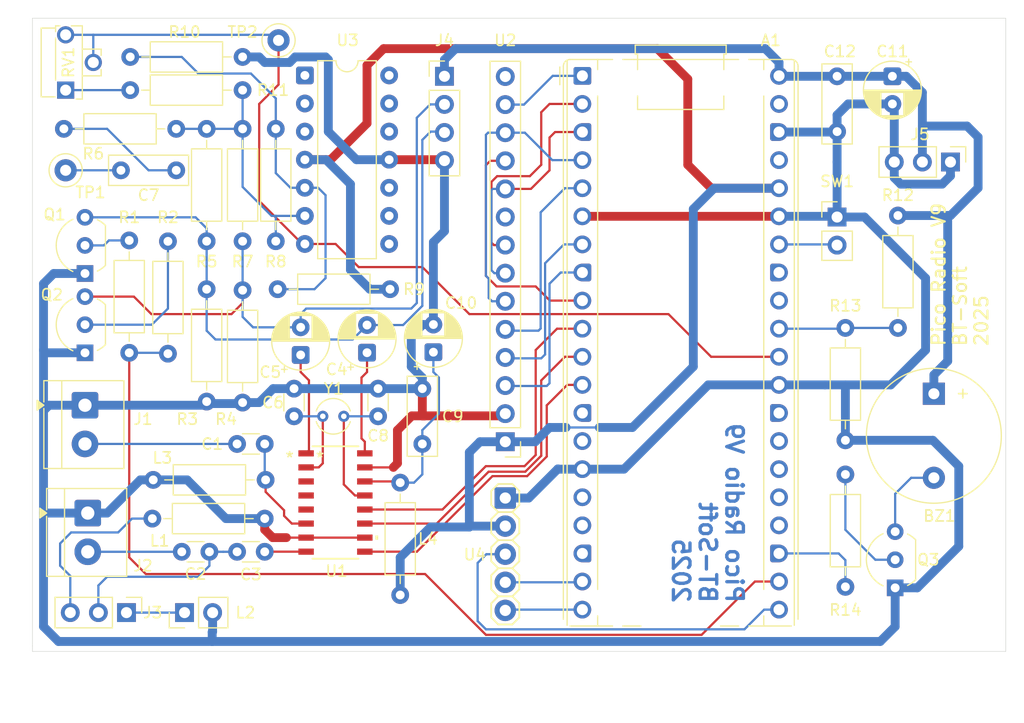
<source format=kicad_pcb>
(kicad_pcb (version 20241229) (generator "pcbnew") (generator_version "9.0")
  (title_block (title "Pico Radio 9") (date "2025-12-24"))
  (layers (0 "F.Cu" signal) (2 "B.Cu" signal) (13 "F.Paste" user) (15 "B.Paste" user) (5 "F.SilkS" user "F.Silkscreen") (7 "B.SilkS" user "B.Silkscreen") (1 "F.Mask" user) (3 "B.Mask" user) (25 "Edge.Cuts" user))
  (net 0 "")
  (net 1 "+3.3V")
  (net 2 "/DC")
  (net 3 "GND")
  (net 4 "+Vsys")
  (net 8 "/CS")
  (net 11 "/T_CS")
  (net 12 "ROT_SW")
  (net 14 "AD_FFT_AUDIO")
  (net 15 "Net-(A1-GPIO27_ADC1)")
  (net 16 "BUZZER")
  (net 17 "/RST")
  (net 18 "+Vbus")
  (net 19 "/SDI")
  (net 21 "/SCK")
  (net 22 "AUDIO_MUTE")
  (net 23 "Net-(A1-RUN)")
  (net 27 "ROT_DT")
  (net 28 "ROT_CLK")
  (net 29 "Net-(U1-GPO3{slash}DCLK)")
  (net 30 "Net-(U1-RCLK)")
  (net 31 "Net-(U3B--)")
  (net 32 "Net-(U1-ROUT{slash}DOUT)")
  (net 33 "AUDIO_R")
  (net 34 "Net-(U1-LOUT{slash}DFS)")
  (net 35 "AUDIO_L")
  (net 36 "Net-(Q1-B)")
  (net 37 "Net-(Q2-B)")
  (net 39 "Net-(J3-Pin_2)")
  (net 43 "/SDO")
  (net 44 "Net-(U1-FMI)")
  (net 45 "Net-(J2-Pin_2)")
  (net 46 "Net-(U1-AMI)")
  (net 47 "Net-(U3B-+)")
  (net 49 "/Si_RST")
  (net 50 "/Si_SDA")
  (net 51 "/Si_SCL")
  (net 52 "/LED")
  (net 55 "Net-(BZ1--)")
  (net 56 "Net-(Q3-B)")
  (net 58 "Net-(J1-Pin_2)")
  (net 59 "Net-(C7-Pad1)")
  (net 60 "Net-(C7-Pad2)")
  (net 61 "Net-(U1-VDD)")
  (net 62 "Net-(J3-Pin_1)")
  (net 63 "Net-(J3-Pin_3)")
  (net 64 "Net-(R11-Pad1)")
  (footprint "MountingHole:MountingHole_3.2mm_M3" (layer "F.Cu") (at 136.75 33.5)
    (property "Reference" "H2" (hide yes))
    (property "Value" "MountingHole" (hide yes))
  )
  (footprint "Module:RaspberryPi_Pico_Common_THT-simple" (layer "F.Cu") (at 101.97 35.21)
    (property "Reference" "A1")
    (property "Value" "RaspberryPi_Pico - purple")
  )
  (footprint "Capacitor_THT:C_Disc_D7.0mm_W2.5mm_P5.00mm" (layer "F.Cu") (at 125 35.25 -90)
    (property "Reference" "C12")
    (property "Value" "100nF")
  )
  (footprint "Resistor_THT:R_Axial_DIN0207_L6.3mm_D2.5mm_P10.16mm_Horizontal" (layer "F.Cu") (at 65.25 40 180)
    (property "Reference" "R6")
    (property "Value" "10k")
  )
  (footprint "Capacitor_THT:C_Disc_D3.0mm_W1.6mm_P2.50mm" (layer "F.Cu") (at 73.25 68.49 180)
    (property "Reference" "C1")
    (property "Value" "33pF")
  )
  (footprint "Connector_PinHeader_2.54mm:PinHeader_1x14_P2.54mm_Vertical" (layer "F.Cu") (at 95 68.29 180)
    (property "Reference" "U2")
    (property "Value" "TFT_320x240")
  )
  (footprint "Capacitor_THT:CP_Radial_D5.0mm_P2.50mm" (layer "F.Cu") (at 76.5 60.445113 90)
    (property "Reference" "C5")
    (property "Value" "4.7uF")
  )
  (footprint "Resistor_THT:R_Axial_DIN0207_L6.3mm_D2.5mm_P10.16mm_Horizontal" (layer "F.Cu") (at 71.25 33.5 180)
    (property "Reference" "R10")
    (property "Value" "47k")
  )
  (footprint "Capacitor_THT:C_Disc_D3.0mm_W1.6mm_P2.50mm" (layer "F.Cu") (at 73.25 78.24 180)
    (property "Reference" "C3")
    (property "Value" "1nF")
  )
  (footprint "Resistor_THT:R_Axial_DIN0207_L6.3mm_D2.5mm_P10.16mm_Horizontal" (layer "F.Cu") (at 71.25 64.75 90)
    (property "Reference" "R4")
    (property "Value" "4.7k")
  )
  (footprint "Resistor_THT:R_Axial_DIN0207_L6.3mm_D2.5mm_P10.16mm_Horizontal" (layer "F.Cu") (at 64.5 60.33 90)
    (property "Reference" "R2")
    (property "Value" "4.7k")
  )
  (footprint "Package_TO_SOT_THT:TO-92_Inline_Wide" (layer "F.Cu") (at 57 60.25 90)
    (property "Reference" "Q2")
    (property "Value" "PN2222A")
  )
  (footprint "Buzzer_Beeper:Buzzer_12x9.5RM7.6" (layer "F.Cu") (at 133.75 63.95 -90)
    (property "Reference" "BZ1")
    (property "Value" "Buzzer")
  )
  (footprint "Resistor_THT:R_Axial_DIN0207_L6.3mm_D2.5mm_P10.16mm_Horizontal" (layer "F.Cu") (at 125.75 58 -90)
    (property "Reference" "R13")
    (property "Value" "15k")
  )
  (footprint "Resistor_THT:R_Axial_DIN0207_L6.3mm_D2.5mm_P10.16mm_Horizontal" (layer "F.Cu") (at 130.5 47.84 -90)
    (property "Reference" "R12")
    (property "Value" "10k")
  )
  (footprint "Connector_PinHeader_2.54mm:PinHeader_1x03_P2.54mm_Vertical" (layer "F.Cu") (at 135.25 43 -90)
    (property "Reference" "J5")
    (property "Value" "Batterry")
  )
  (footprint "Package_TO_SOT_THT:TO-92_Inline_Wide" (layer "F.Cu") (at 57 53.08 90)
    (property "Reference" "Q1")
    (property "Value" "PN2222A")
  )
  (footprint "Rotary_Encoder:KY-040-PORT" (layer "F.Cu") (at 95 77.19 90)
    (property "Reference" "U4")
    (property "Value" "KY-040")
  )
  (footprint "Potentiometer_THT:Potentiometer_Runtron_RM-063_Horizontal" (layer "F.Cu") (at 55.25 36.5 90)
    (property "Reference" "RV1")
    (property "Value" "47k")
  )
  (footprint "Resistor_THT:R_Axial_DIN0207_L6.3mm_D2.5mm_P10.16mm_Horizontal" (layer "F.Cu") (at 68 64.66 90)
    (property "Reference" "R3")
    (property "Value" "4.7k")
  )
  (footprint "Connector_PinHeader_2.54mm:PinHeader_1x03_P2.54mm_Vertical" (layer "F.Cu") (at 60.75 83.74 -90)
    (property "Reference" "J3")
    (property "Value" "MW/SW antenna kapcsoló")
  )
  (footprint "Connector_PinHeader_2.54mm:PinHeader_1x04_P2.54mm_Vertical" (layer "F.Cu") (at 89.5 35.25)
    (property "Reference" "J4")
    (property "Value" "HF Amplifier")
  )
  (footprint "Connector_PinHeader_2.54mm:PinHeader_1x02_P2.54mm_Vertical" (layer "F.Cu") (at 66 83.74 90)
    (property "Reference" "L2")
    (property "Value" "30uH (MW Ferrit antenna)")
  )
  (footprint "Capacitor_THT:CP_Radial_D5.0mm_P2.50mm" (layer "F.Cu") (at 88.5 60.195113 90)
    (property "Reference" "C10")
    (property "Value" "4.7uF")
  )
  (footprint "MountingHole:MountingHole_3.2mm_M3" (layer "F.Cu") (at 136.75 83.75)
    (property "Reference" "H1" (hide yes))
    (property "Value" "MountingHole")
  )
  (footprint "Capacitor_THT:C_Disc_D7.0mm_W2.5mm_P5.00mm" (layer "F.Cu") (at 87.5 63.49 -90)
    (property "Reference" "C9")
    (property "Value" "100nF")
  )
  (footprint "Resistor_THT:R_Axial_DIN0207_L6.3mm_D2.5mm_P10.16mm_Horizontal" (layer "F.Cu") (at 71.25 40 -90)
    (property "Reference" "R7")
    (property "Value" "10k")
  )
  (footprint "Resistor_THT:R_Axial_DIN0207_L6.3mm_D2.5mm_P10.16mm_Horizontal" (layer "F.Cu") (at 125.75 81.41 90)
    (property "Reference" "R14")
    (property "Value" "4.7k")
  )
  (footprint "Resistor_THT:R_Axial_DIN0207_L6.3mm_D2.5mm_P10.16mm_Horizontal" (layer "F.Cu") (at 63.17 71.74)
    (property "Reference" "L3")
    (property "Value" "220uH")
  )
  (footprint "Resistor_THT:R_Axial_DIN0207_L6.3mm_D2.5mm_P10.16mm_Horizontal" (layer "F.Cu") (at 63.09 75.24)
    (property "Reference" "L1")
    (property "Value" "47uH")
  )
  (footprint "MountingHole:MountingHole_3.2mm_M3" (layer "F.Cu") (at 77 83.75)
    (property "Reference" "H3" (hide yes))
    (property "Value" "MountingHole")
  )
  (footprint "Resistor_THT:R_Axial_DIN0207_L6.3mm_D2.5mm_P10.16mm_Horizontal" (layer "F.Cu") (at 85.5 71.99 -90)
    (property "Reference" "L4")
    (property "Value" "220uH")
  )
  (footprint "Package_SO:SOIC_A10-GS_SIL" (layer "F.Cu") (at 79.6457 73.785)
    (property "Reference" "U1")
    (property "Value" "SI4732-A10-GS")
  )
  (footprint "Package_DIP:DIP-14_W7.62mm" (layer "F.Cu") (at 76.88 35.17)
    (property "Reference" "U3")
    (property "Value" "MCP6004")
  )
  (footprint "TestPoint:TestPoint_Loop_D2.50mm_Drill1.0mm" (layer "F.Cu") (at 74.5 32)
    (property "Reference" "TP2")
    (property "Value" "Oszcilloszkópra")
  )
  (footprint "Capacitor_THT:C_Disc_D3.0mm_W1.6mm_P2.50mm" (layer "F.Cu") (at 75.9 65.99 90)
    (property "Reference" "C6")
    (property "Value" "22pF")
  )
  (footprint "Resistor_THT:R_Axial_DIN0207_L6.3mm_D2.5mm_P10.16mm_Horizontal" (layer "F.Cu") (at 74.42 54.5)
    (property "Reference" "R9")
    (property "Value" "47k")
  )
  (footprint "Resistor_THT:R_Axial_DIN0207_L6.3mm_D2.5mm_P10.16mm_Horizontal" (layer "F.Cu") (at 74.25 40 -90)
    (property "Reference" "R8")
    (property "Value" "100k")
  )
  (footprint "TerminalBlock_4Ucon:TerminalBlock_4Ucon_1x02_P3.50mm_Horizontal" (layer "F.Cu") (at 57 64.99 -90)
    (property "Reference" "J1")
    (property "Value" "FM antenna")
  )
  (footprint "Connector_PinHeader_2.54mm:PinHeader_1x02_P2.54mm_Vertical" (layer "F.Cu") (at 125 47.975)
    (property "Reference" "SW1")
    (property "Value" "Reset")
  )
  (footprint "Resistor_THT:R_Axial_DIN0207_L6.3mm_D2.5mm_P10.16mm_Horizontal" (layer "F.Cu") (at 61 60.25 90)
    (property "Reference" "R1")
    (property "Value" "4.7k")
  )
  (footprint "Capacitor_THT:CP_Radial_D5.0mm_P2.50mm" (layer "F.Cu") (at 130 35.25 -90)
    (property "Reference" "C11")
    (property "Value" "4.7uF")
  )
  (footprint "TestPoint:TestPoint_Loop_D2.50mm_Drill1.0mm" (layer "F.Cu") (at 55.25 43.75)
    (property "Reference" "TP1")
    (property "Value" "Jelgenerátorból")
  )
  (footprint "Resistor_THT:R_Axial_DIN0207_L6.3mm_D2.5mm_P10.16mm_Horizontal" (layer "F.Cu") (at 61.09 36.5)
    (property "Reference" "R11")
    (property "Value" "100k")
  )
  (footprint "Capacitor_THT:C_Disc_D7.0mm_W2.5mm_P5.00mm" (layer "F.Cu") (at 65.25 43.75 180)
    (property "Reference" "C7")
    (property "Value" "100nF")
  )
  (footprint "Resistor_THT:R_Axial_DIN0207_L6.3mm_D2.5mm_P10.16mm_Horizontal" (layer "F.Cu") (at 68 40 -90)
    (property "Reference" "R5")
    (property "Value" "10k")
  )
  (footprint "Package_TO_SOT_THT:TO-92_Inline_Wide" (layer "F.Cu") (at 130.25 81.5 90)
    (property "Reference" "Q3")
    (property "Value" "PN2222A")
  )
  (footprint "Crystal:Crystal_C38-LF_D3.0mm_L8.0mm_Vertical" (layer "F.Cu") (at 80.4 65.99 180)
    (property "Reference" "Y1")
    (property "Value" "32.762kHz")
  )
  (footprint "Capacitor_THT:C_Disc_D3.0mm_W1.6mm_P2.50mm" (layer "F.Cu") (at 83.5 63.49 -90)
    (property "Reference" "C8")
    (property "Value" "22pF")
  )
  (footprint "Capacitor_THT:C_Disc_D3.0mm_W1.6mm_P2.50mm" (layer "F.Cu") (at 65.75 78.24)
    (property "Reference" "C2")
    (property "Value" "1nF")
  )
  (footprint "TerminalBlock_4Ucon:TerminalBlock_4Ucon_1x02_P3.50mm_Horizontal" (layer "F.Cu") (at 57.25 74.74 -90)
    (property "Reference" "J2")
    (property "Value" "SW antenna")
  )
  (footprint "Capacitor_THT:CP_Radial_D5.0mm_P2.50mm" (layer "F.Cu") (at 82.5 60.24 90)
    (property "Reference" "C4")
    (property "Value" "4.7uF")
  )
  (gr_line (start 140.25 30) (end 52.25 30) (stroke (width 0.05)) (layer "Edge.Cuts"))
  (gr_line (start 140.25 31.5) (end 140.25 30) (stroke (width 0.05)) (layer "Edge.Cuts"))
  (gr_line (start 52.25 30) (end 52.25 86.75) (stroke (width 0.05)) (layer "Edge.Cuts"))
  (gr_line (start 52.25 87.25) (end 140.25 87.25) (stroke (width 0.05)) (layer "Edge.Cuts"))
  (gr_line (start 52.25 86.75) (end 52.25 87.25) (stroke (width 0.05)) (layer "Edge.Cuts"))
  (gr_line (start 140.25 86.75) (end 140.25 87.25) (stroke (width 0.05)) (layer "Edge.Cuts"))
  (gr_line (start 140.25 86.75) (end 140.25 31.5) (stroke (width 0.05)) (layer "Edge.Cuts"))
  (gr_text "Pico Radio V9\nBT-Soft\n2025" (at 110 83 270) (layer "B.Cu") (effects (font (size 1.5 1.5) (thickness 0.3) (bold yes)) (justify left bottom mirror)))
  (gr_text "Pico Radio V9\nBT-Soft\n2025" (at 138.75 59.75 90) (layer "F.SilkS") (effects (font (size 1.2 1.2) (thickness 0.1875)) (justify left bottom)))
  (segment (start 84 32.75) (end 108.75 32.75) (width 0.8) (layer "F.Cu") (net 1))
  (segment (start 76.88 42.79) (end 79.21 42.79) (width 0.8) (layer "F.Cu") (net 1))
  (segment (start 108.75 32.75) (end 111.5 35.5) (width 0.8) (layer "F.Cu") (net 1))
  (segment (start 82.5 39.5) (end 82.5 34.25) (width 0.8) (layer "F.Cu") (net 1))
  (segment (start 113.62 45.37) (end 119.75 45.37) (width 0.8) (layer "F.Cu") (net 1))
  (segment (start 111.5 35.5) (end 111.5 43.25) (width 0.8) (layer "F.Cu") (net 1))
  (segment (start 79.21 42.79) (end 82.5 39.5) (width 0.8) (layer "F.Cu") (net 1))
  (segment (start 82.5 34.25) (end 84 32.75) (width 0.8) (layer "F.Cu") (net 1))
  (segment (start 111.5 43.25) (end 113.62 45.37) (width 0.8) (layer "F.Cu") (net 1))
  (segment (start 99 67) (end 100.5 67) (width 0.8) (layer "B.Cu") (net 1))
  (segment (start 95 68.29) (end 97.71 68.29) (width 0.8) (layer "B.Cu") (net 1))
  (segment (start 100.5 67) (end 103.5 67) (width 0.2) (layer "B.Cu") (net 1))
  (segment (start 81 45) (end 81 52.75) (width 0.8) (layer "B.Cu") (net 1))
  (segment (start 112 47.25) (end 113.88 45.37) (width 0.8) (layer "B.Cu") (net 1))
  (segment (start 78.79 42.79) (end 81 45) (width 0.8) (layer "B.Cu") (net 1))
  (segment (start 92.71 68.29) (end 95 68.29) (width 0.8) (layer "B.Cu") (net 1))
  (segment (start 85.5 82.15) (end 85.5 78.75) (width 0.8) (layer "B.Cu") (net 1))
  (segment (start 112 61.5) (end 112 47.25) (width 0.8) (layer "B.Cu") (net 1))
  (segment (start 106.5 67) (end 103.5 67) (width 0.8) (layer "B.Cu") (net 1))
  (segment (start 97.71 68.29) (end 99 67) (width 0.8) (layer "B.Cu") (net 1))
  (segment (start 106.5 67) (end 112 61.5) (width 0.8) (layer "B.Cu") (net 1))
  (segment (start 91.75 69.25) (end 92.71 68.29) (width 0.8) (layer "B.Cu") (net 1))
  (segment (start 113.88 45.37) (end 119.75 45.37) (width 0.8) (layer "B.Cu") (net 1))
  (segment (start 88.25 76) (end 91.75 76) (width 0.8) (layer "B.Cu") (net 1))
  (segment (start 82.75 54.5) (end 84.58 54.5) (width 0.8) (layer "B.Cu") (net 1))
  (segment (start 76.88 42.79) (end 78.79 42.79) (width 0.8) (layer "B.Cu") (net 1))
  (segment (start 91.75 76) (end 91.75 69.25) (width 0.8) (layer "B.Cu") (net 1))
  (segment (start 81 52.75) (end 82.75 54.5) (width 0.8) (layer "B.Cu") (net 1))
  (segment (start 85.5 78.75) (end 88.25 76) (width 0.8) (layer "B.Cu") (net 1))
  (segment (start 95 75.92) (end 91.83 75.92) (width 0.8) (layer "B.Cu") (net 1))
  (segment (start 91.83 75.92) (end 91.75 76) (width 0.8) (layer "B.Cu") (net 1))
  (segment (start 98.198 58.052) (end 98.198 47.552) (width 0.2) (layer "B.Cu") (net 2))
  (segment (start 98 58.25) (end 98.198 58.052) (width 0.2) (layer "B.Cu") (net 2))
  (segment (start 95.08 58.25) (end 98 58.25) (width 0.2) (layer "B.Cu") (net 2))
  (segment (start 95 58.33) (end 95.08 58.25) (width 0.2) (layer "B.Cu") (net 2))
  (segment (start 100.38 45.37) (end 101.97 45.37) (width 0.2) (layer "B.Cu") (net 2))
  (segment (start 98.198 47.552) (end 100.38 45.37) (width 0.2) (layer "B.Cu") (net 2))
  (segment (start 76.9914 76.96) (end 75.21 76.96) (width 0.2) (layer "F.Cu") (net 3))
  (segment (start 73.25 76.24) (end 73.25 75.24) (width 0.8) (layer "F.Cu") (net 3))
  (segment (start 73.97 76.96) (end 73.25 76.24) (width 0.8) (layer "F.Cu") (net 3))
  (segment (start 82.3 70.61) (end 84.88 70.61) (width 0.2) (layer "F.Cu") (net 3))
  (segment (start 119.75 47.91) (end 101.97 47.91) (width 0.8) (layer "F.Cu") (net 3))
  (segment (start 89.42 42.79) (end 89.5 42.87) (width 0.8) (layer "F.Cu") (net 3))
  (segment (start 85.25 70.24) (end 85.25 67.25) (width 0.8) (layer "F.Cu") (net 3))
  (segment (start 73.97 76.96) (end 75.21 76.96) (width 0.8) (layer "F.Cu") (net 3))
  (segment (start 85.25 67.25) (end 86.55 65.95) (width 0.8) (layer "F.Cu") (net 3))
  (segment (start 95 65.95) (end 87.7 65.95) (width 0.8) (layer "F.Cu") (net 3))
  (segment (start 73.28 75.21) (end 73.25 75.24) (width 0.8) (layer "F.Cu") (net 3))
  (segment (start 84.5 42.79) (end 89.42 42.79) (width 0.8) (layer "F.Cu") (net 3))
  (segment (start 87.5 65.95) (end 87.5 63.49) (width 0.8) (layer "F.Cu") (net 3))
  (segment (start 87.7 65.95) (end 87.5 65.95) (width 0.8) (layer "F.Cu") (net 3))
  (segment (start 86.55 65.95) (end 87.7 65.95) (width 0.8) (layer "F.Cu") (net 3))
  (segment (start 84.88 70.61) (end 85.25 70.24) (width 0.8) (layer "F.Cu") (net 3))
  (segment (start 76.9914 76.96) (end 82.3 76.96) (width 0.2) (layer "F.Cu") (net 3))
  (segment (start 67.85 64.99) (end 68 64.84) (width 0.8) (layer "B.Cu") (net 3))
  (segment (start 134.5 45) (end 130.75 45) (width 0.8) (layer "B.Cu") (net 3))
  (segment (start 53.25 54) (end 54.17 53.08) (width 0.8) (layer "B.Cu") (net 3))
  (segment (start 53.5 60.25) (end 57 60.25) (width 0.8) (layer "B.Cu") (net 3))
  (segment (start 83.5 63.49) (end 75.9 63.49) (width 0.8) (layer "B.Cu") (net 3))
  (segment (start 79 33.75) (end 78.75 33.5) (width 0.8) (layer "B.Cu") (net 3))
  (segment (start 53.75 64.99) (end 57 64.99) (width 0.8) (layer "B.Cu") (net 3))
  (segment (start 97.12 73.38) (end 99.75 70.75) (width 0.8) (layer "B.Cu") (net 3))
  (segment (start 89.5 42.87) (end 89.5 49.25) (width 0.8) (layer "B.Cu") (net 3))
  (segment (start 130.17 44.42) (end 130.17 43) (width 0.8) (layer "B.Cu") (net 3))
  (segment (start 76 33.5) (end 75.5 34) (width 0.8) (layer "B.Cu") (net 3))
  (segment (start 73.25 34) (end 72.75 33.5) (width 0.8) (layer "B.Cu") (net 3))
  (segment (start 53.25 85) (end 53.25 74.74) (width 0.8) (layer "B.Cu") (net 3))
  (segment (start 83.5 63.49) (end 87.5 63.49) (width 0.8) (layer "B.Cu") (net 3))
  (segment (start 130.25 85) (end 128.901 86.349) (width 0.8) (layer "B.Cu") (net 3))
  (segment (start 53.25 65.49) (end 53.25 60) (width 0.8) (layer "B.Cu") (net 3))
  (segment (start 68.54 85.46) (end 68.54 83.74) (width 0.8) (layer "B.Cu") (net 3))
  (segment (start 75.5 34) (end 73.25 34) (width 0.8) (layer "B.Cu") (net 3))
  (segment (start 127.475 47.975) (end 133 53.5) (width 0.8) (layer "B.Cu") (net 3))
  (segment (start 63.17 71.74) (end 66.24 71.74) (width 0.8) (layer "B.Cu") (net 3))
  (segment (start 72.75 33.5) (end 71.25 33.5) (width 0.8) (layer "B.Cu") (net 3))
  (segment (start 125 40.25) (end 125 38.75) (width 0.8) (layer "B.Cu") (net 3))
  (segment (start 130.17 43) (end 130.17 37.92) (width 0.8) (layer "B.Cu") (net 3))
  (segment (start 71.25 64.75) (end 72.75 64.75) (width 0.8) (layer "B.Cu") (net 3))
  (segment (start 130.17 37.92) (end 130 37.75) (width 0.8) (layer "B.Cu") (net 3))
  (segment (start 125.75 63.15) (end 123.9 63.15) (width 0.8) (layer "B.Cu") (net 3))
  (segment (start 125 47.975) (end 127.475 47.975) (width 0.8) (layer "B.Cu") (net 3))
  (segment (start 68.25 64.93) (end 68.34 64.84) (width 0.2) (layer "B.Cu") (net 3))
  (segment (start 88.5 50.25) (end 88.5 57.695113) (width 0.8) (layer "B.Cu") (net 3))
  (segment (start 126 37.75) (end 130 37.75) (width 0.8) (layer "B.Cu") (net 3))
  (segment (start 86.5 61.5) (end 86.5 58.74) (width 0.8) (layer "B.Cu") (net 3))
  (segment (start 71.16 64.84) (end 71.25 64.75) (width 0.8) (layer "B.Cu") (net 3))
  (segment (start 53.25 60) (end 53.25 54) (width 0.8) (layer "B.Cu") (net 3))
  (segment (start 72.75 64.75) (end 74.01 63.49) (width 0.8) (layer "B.Cu") (net 3))
  (segment (start 119.79 63.11) (end 119.75 63.15) (width 0.8) (layer "B.Cu") (net 3))
  (segment (start 89.5 49.25) (end 88.5 50.25) (width 0.8) (layer "B.Cu") (net 3))
  (segment (start 54.599 86.349) (end 53.25 85) (width 0.8) (layer "B.Cu") (net 3))
  (segment (start 68 64.93) (end 68.25 64.93) (width 0.2) (layer "B.Cu") (net 3))
  (segment (start 53.25 60) (end 53.5 60.25) (width 0.8) (layer "B.Cu") (net 3))
  (segment (start 125.75 68.16) (end 125.75 63.15) (width 0.8) (layer "B.Cu") (net 3))
  (segment (start 57 64.99) (end 67.85 64.99) (width 0.8) (layer "B.Cu") (net 3))
  (segment (start 81.54 42.79) (end 79 40.25) (width 0.8) (layer "B.Cu") (net 3))
  (segment (start 68.5 85.5) (end 68.54 85.46) (width 0.8) (layer "B.Cu") (net 3))
  (segment (start 124.96 40.29) (end 125 40.25) (width 0.8) (layer "B.Cu") (net 3))
  (segment (start 78.75 33.5) (end 76 33.5) (width 0.8) (layer "B.Cu") (net 3))
  (segment (start 113.35 63.15) (end 119.75 63.15) (width 0.8) (layer "B.Cu") (net 3))
  (segment (start 66.24 71.74) (end 69.74 75.24) (width 0.8) (layer "B.Cu") (net 3))
  (segment (start 125 47.975) (end 124.935 47.91) (width 0.8) (layer "B.Cu") (net 3))
  (segment (start 125 38.75) (end 126 37.75) (width 0.8) (layer "B.Cu") (net 3))
  (segment (start 119.75 40.29) (end 124.96 40.29) (width 0.8) (layer "B.Cu") (net 3))
  (segment (start 53.25 74.74) (end 53.25 65.49) (width 0.8) (layer "B.Cu") (net 3))
  (segment (start 133 60) (end 129.85 63.15) (width 0.8) (layer "B.Cu") (net 3))
  (segment (start 53.25 74.74) (end 57.25 74.74) (width 0.8) (layer "B.Cu") (net 3))
  (segment (start 133.66 68.16) (end 136 70.5) (width 0.8) (layer "B.Cu") (net 3))
  (segment (start 132.25 81.5) (end 130.25 81.5) (width 0.8) (layer "B.Cu") (net 3))
  (segment (start 79 40.25) (end 79 33.75) (width 0.8) (layer "B.Cu") (net 3))
  (segment (start 86.5 58.74) (end 87.544887 57.695113) (width 0.8) (layer "B.Cu") (net 3))
  (segment (start 63.17 71.74) (end 62 71.74) (width 0.8) (layer "B.Cu") (net 3))
  (segment (start 99.77 70.77) (end 101.97 70.77) (width 0.8) (layer "B.Cu") (net 3))
  (segment (start 87.5 63.49) (end 87.5 62.5) (width 0.8) (layer "B.Cu") (net 3))
  (segment (start 135.25 44.25) (end 134.5 45) (width 0.8) (layer "B.Cu") (net 3))
  (segment (start 125 43) (end 125 47.975) (width 0.8) (layer "B.Cu") (net 3))
  (segment (start 54.17 53.08) (end 57 53.08) (width 0.8) (layer "B.Cu") (net 3))
  (segment (start 125 40.25) (end 125 43) (width 0.8) (layer "B.Cu") (net 3))
  (segment (start 133 53.5) (end 133 60) (width 0.8) (layer "B.Cu") (net 3))
  (segment (start 133.66 68.16) (end 125.75 68.16) (width 0.8) (layer "B.Cu") (net 3))
  (segment (start 130.75 45) (end 130.17 44.42) (width 0.8) (layer "B.Cu") (net 3))
  (segment (start 68 64.84) (end 71.16 64.84) (width 0.8) (layer "B.Cu") (net 3))
  (segment (start 99.75 70.75) (end 99.77 70.77) (width 0.8) (layer "B.Cu") (net 3))
  (segment (start 68.5 86.349) (end 68.5 85.5) (width 0.8) (layer "B.Cu") (net 3))
  (segment (start 101.97 70.77) (end 105.73 70.77) (width 0.8) (layer "B.Cu") (net 3))
  (segment (start 68.5 86.349) (end 54.599 86.349) (width 0.8) (layer "B.Cu") (net 3))
  (segment (start 135.25 43) (end 135.25 44.25) (width 0.8) (layer "B.Cu") (net 3))
  (segment (start 53.25 65.49) (end 53.75 64.99) (width 0.8) (layer "B.Cu") (net 3))
  (segment (start 59 74.74) (end 57.25 74.74) (width 0.8) (layer "B.Cu") (net 3))
  (segment (start 124.935 47.91) (end 119.75 47.91) (width 0.8) (layer "B.Cu") (net 3))
  (segment (start 129.85 63.15) (end 125.75 63.15) (width 0.8) (layer "B.Cu") (net 3))
  (segment (start 87.544887 57.695113) (end 88.5 57.695113) (width 0.8) (layer "B.Cu") (net 3))
  (segment (start 128.901 86.349) (end 68.5 86.349) (width 0.8) (layer "B.Cu") (net 3))
  (segment (start 74.01 63.49) (end 75.9 63.49) (width 0.8) (layer "B.Cu") (net 3))
  (segment (start 105.73 70.77) (end 113.35 63.15) (width 0.8) (layer "B.Cu") (net 3))
  (segment (start 95 73.38) (end 97.12 73.38) (width 0.8) (layer "B.Cu") (net 3))
  (segment (start 69.74 75.24) (end 73.25 75.24) (width 0.8) (layer "B.Cu") (net 3))
  (segment (start 130.25 81.5) (end 130.25 85) (width 0.8) (layer "B.Cu") (net 3))
  (segment (start 84.5 42.79) (end 81.54 42.79) (width 0.8) (layer "B.Cu") (net 3))
  (segment (start 123.9 63.15) (end 119.75 63.15) (width 0.8) (layer "B.Cu") (net 3))
  (segment (start 136 77.75) (end 132.25 81.5) (width 0.8) (layer "B.Cu") (net 3))
  (segment (start 87.5 62.5) (end 86.5 61.5) (width 0.8) (layer "B.Cu") (net 3))
  (segment (start 62 71.74) (end 59 74.74) (width 0.8) (layer "B.Cu") (net 3))
  (segment (start 136 70.5) (end 136 77.75) (width 0.8) (layer "B.Cu") (net 3))
  (segment (start 95 63.41) (end 95.16 63.25) (width 0.2) (layer "B.Cu") (net 8))
  (segment (start 100.01 52.99) (end 101.97 52.99) (width 0.2) (layer "B.Cu") (net 8))
  (segment (start 99 54) (end 100.01 52.99) (width 0.2) (layer "B.Cu") (net 8))
  (segment (start 98.75 63.25) (end 99 63) (width 0.2) (layer "B.Cu") (net 8))
  (segment (start 99 63) (end 99 54) (width 0.2) (layer "B.Cu") (net 8))
  (segment (start 95.16 63.25) (end 98.75 63.25) (width 0.2) (layer "B.Cu") (net 8))
  (segment (start 97.75 54.25) (end 99.03 55.53) (width 0.2) (layer "F.Cu") (net 11))
  (segment (start 94.21 54.25) (end 97.75 54.25) (width 0.2) (layer "F.Cu") (net 11))
  (segment (start 99.03 55.53) (end 101.97 55.53) (width 0.2) (layer "F.Cu") (net 11))
  (segment (start 95 42.89) (end 93.65 42.89) (width 0.2) (layer "F.Cu") (net 11))
  (segment (start 93.25 53.29) (end 94.21 54.25) (width 0.2) (layer "F.Cu") (net 11))
  (segment (start 93.25 43.29) (end 93.25 53.29) (width 0.2) (layer "F.Cu") (net 11))
  (segment (start 93.65 42.89) (end 93.25 43.29) (width 0.2) (layer "F.Cu") (net 11))
  (segment (start 92.5 84.5) (end 92.5 79.25) (width 0.2) (layer "B.Cu") (net 12))
  (segment (start 93.29 78.46) (end 95 78.46) (width 0.2) (layer "B.Cu") (net 12))
  (segment (start 118.405 83.47) (end 116.625 85.25) (width 0.2) (layer "B.Cu") (net 12))
  (segment (start 93.25 85.25) (end 92.5 84.5) (width 0.2) (layer "B.Cu") (net 12))
  (segment (start 92.5 79.25) (end 93.29 78.46) (width 0.2) (layer "B.Cu") (net 12))
  (segment (start 116.625 85.25) (end 93.25 85.25) (width 0.2) (layer "B.Cu") (net 12))
  (segment (start 119.75 83.47) (end 118.405 83.47) (width 0.2) (layer "B.Cu") (net 12))
  (segment (start 79.66 50.41) (end 76.88 50.41) (width 0.2) (layer "F.Cu") (net 14))
  (segment (start 87.5 52.5) (end 81.75 52.5) (width 0.2) (layer "F.Cu") (net 14))
  (segment (start 119.75 60.61) (end 113.61 60.61) (width 0.2) (layer "F.Cu") (net 14))
  (segment (start 109.75 56.75) (end 91.75 56.75) (width 0.2) (layer "F.Cu") (net 14))
  (segment (start 74.5 36) (end 74.5 32) (width 0.2) (layer "F.Cu") (net 14))
  (segment (start 81.75 52.5) (end 79.66 50.41) (width 0.2) (layer "F.Cu") (net 14))
  (segment (start 91.75 56.75) (end 87.5 52.5) (width 0.2) (layer "F.Cu") (net 14))
  (segment (start 76.88 50.41) (end 76.645 50.41) (width 0.2) (layer "F.Cu") (net 14))
  (segment (start 72.75 46.515) (end 72.75 37.75) (width 0.2) (layer "F.Cu") (net 14))
  (segment (start 113.61 60.61) (end 109.75 56.75) (width 0.2) (layer "F.Cu") (net 14))
  (segment (start 72.75 37.75) (end 74.5 36) (width 0.2) (layer "F.Cu") (net 14))
  (segment (start 76.645 50.41) (end 72.75 46.515) (width 0.2) (layer "F.Cu") (net 14))
  (segment (start 57.75 34) (end 57.75 31.5) (width 0.2) (layer "B.Cu") (net 14))
  (segment (start 74 31.5) (end 74.5 32) (width 0.2) (layer "B.Cu") (net 14))
  (segment (start 57.75 31.5) (end 55.25 31.5) (width 0.2) (layer "B.Cu") (net 14))
  (segment (start 57.75 31.5) (end 74 31.5) (width 0.2) (layer "B.Cu") (net 14))
  (segment (start 125.57 58.07) (end 125.75 58.25) (width 0.2) (layer "B.Cu") (net 15))
  (segment (start 130.41 58.25) (end 130.5 58.16) (width 0.2) (layer "B.Cu") (net 15))
  (segment (start 125.75 58) (end 130.5 58) (width 0.2) (layer "B.Cu") (net 15))
  (segment (start 119.75 58.07) (end 125.68 58.07) (width 0.2) (layer "B.Cu") (net 15))
  (segment (start 125.68 58.07) (end 125.75 58) (width 0.2) (layer "B.Cu") (net 15))
  (segment (start 119.86 78.5) (end 119.75 78.39) (width 0.2) (layer "B.Cu") (net 16))
  (segment (start 125.75 81.41) (end 125.75 79) (width 0.2) (layer "B.Cu") (net 16))
  (segment (start 125.14 78.39) (end 119.75 78.39) (width 0.2) (layer "B.Cu") (net 16))
  (segment (start 125.75 79) (end 125.14 78.39) (width 0.2) (layer "B.Cu") (net 16))
  (segment (start 95.12 60.75) (end 98.25 60.75) (width 0.2) (layer "B.Cu") (net 17))
  (segment (start 95 60.87) (end 95.12 60.75) (width 0.2) (layer "B.Cu") (net 17))
  (segment (start 98.25 60.75) (end 98.599 60.401) (width 0.2) (layer "B.Cu") (net 17))
  (segment (start 100.3 50.45) (end 101.97 50.45) (width 0.2) (layer "B.Cu") (net 17))
  (segment (start 98.599 60.401) (end 98.599 52.151) (width 0.2) (layer "B.Cu") (net 17))
  (segment (start 98.599 52.151) (end 100.3 50.45) (width 0.2) (layer "B.Cu") (net 17))
  (segment (start 135 47.84) (end 135 61) (width 0.8) (layer "B.Cu") (net 18))
  (segment (start 89.5 33.75) (end 90.5 32.75) (width 0.8) (layer "B.Cu") (net 18))
  (segment (start 130.5 47.84) (end 135 47.84) (width 0.8) (layer "B.Cu") (net 18))
  (segment (start 90.5 32.75) (end 118.5 32.75) (width 0.8) (layer "B.Cu") (net 18))
  (segment (start 118.5 32.75) (end 119.75 34) (width 0.8) (layer "B.Cu") (net 18))
  (segment (start 133.75 62.25) (end 133.75 63.95) (width 0.8) (layer "B.Cu") (net 18))
  (segment (start 135.25 47.84) (end 137.75 45.34) (width 0.8) (layer "B.Cu") (net 18))
  (segment (start 132.71 36.71) (end 131.25 35.25) (width 0.8) (layer "B.Cu") (net 18))
  (segment (start 125 35.25) (end 119.79 35.25) (width 0.8) (layer "B.Cu") (net 18))
  (segment (start 119.75 34) (end 119.75 35.21) (width 0.8) (layer "B.Cu") (net 18))
  (segment (start 131.25 35.25) (end 129.75 35.25) (width 0.8) (layer "B.Cu") (net 18))
  (segment (start 136.75 39.75) (end 132.71 39.75) (width 0.8) (layer "B.Cu") (net 18))
  (segment (start 137.75 40.75) (end 136.75 39.75) (width 0.8) (layer "B.Cu") (net 18))
  (segment (start 130 35.25) (end 125 35.25) (width 0.8) (layer "B.Cu") (net 18))
  (segment (start 135 61) (end 133.75 62.25) (width 0.8) (layer "B.Cu") (net 18))
  (segment (start 119.79 35.25) (end 119.75 35.21) (width 0.8) (layer "B.Cu") (net 18))
  (segment (start 135 47.84) (end 135.25 47.84) (width 0.8) (layer "B.Cu") (net 18))
  (segment (start 89.5 35.25) (end 89.5 33.75) (width 0.8) (layer "B.Cu") (net 18))
  (segment (start 137.75 45.34) (end 137.75 40.75) (width 0.8) (layer "B.Cu") (net 18))
  (segment (start 132.71 43) (end 132.71 36.71) (width 0.8) (layer "B.Cu") (net 18))
  (segment (start 93.5 55.29) (end 93.8 55.59) (width 0.2) (layer "B.Cu") (net 19))
  (segment (start 93.8 55.59) (end 95 55.59) (width 0.2) (layer "B.Cu") (net 19))
  (segment (start 93.25 53.29) (end 93.5 53.54) (width 0.2) (layer "B.Cu") (net 19))
  (segment (start 99.25 42.83) (end 96.77 40.35) (width 0.2) (layer "B.Cu") (net 19))
  (segment (start 96.77 40.35) (end 93.44 40.35) (width 0.2) (layer "B.Cu") (net 19))
  (segment (start 93.25 40.54) (end 93.25 53.29) (width 0.2) (layer "B.Cu") (net 19))
  (segment (start 101.97 42.83) (end 99.25 42.83) (width 0.2) (layer "B.Cu") (net 19))
  (segment (start 93.5 53.54) (end 93.5 55.29) (width 0.2) (layer "B.Cu") (net 19))
  (segment (start 93.44 40.35) (end 93.25 40.54) (width 0.2) (layer "B.Cu") (net 19))
  (segment (start 97.32 45.43) (end 99 43.75) (width 0.2) (layer "F.Cu") (net 21))
  (segment (start 99 40.79) (end 99.5 40.29) (width 0.2) (layer "F.Cu") (net 21))
  (segment (start 99 43.75) (end 99 40.79) (width 0.2) (layer "F.Cu") (net 21))
  (segment (start 99.5 40.29) (end 101.97 40.29) (width 0.2) (layer "F.Cu") (net 21))
  (segment (start 95 45.43) (end 97.32 45.43) (width 0.2) (layer "F.Cu") (net 21))
  (segment (start 94.01 53.05) (end 93.75 52.79) (width 0.2) (layer "B.Cu") (net 21))
  (segment (start 95 53.05) (end 94.01 53.05) (width 0.2) (layer "B.Cu") (net 21))
  (segment (start 93.75 45.54) (end 93.86 45.43) (width 0.2) (layer "B.Cu") (net 21))
  (segment (start 93.86 45.43) (end 95 45.43) (width 0.2) (layer "B.Cu") (net 21))
  (segment (start 93.75 52.79) (end 93.75 45.54) (width 0.2) (layer "B.Cu") (net 21))
  (segment (start 102.01 40.25) (end 101.97 40.29) (width 0.2) (layer "B.Cu") (net 21))
  (segment (start 112.75 85.75) (end 93.25 85.75) (width 0.2) (layer "F.Cu") (net 22))
  (segment (start 87.75 80.25) (end 62.5 80.25) (width 0.2) (layer "F.Cu") (net 22))
  (segment (start 119.75 80.93) (end 117.57 80.93) (width 0.2) (layer "F.Cu") (net 22))
  (segment (start 93.25 85.75) (end 87.75 80.25) (width 0.2) (layer "F.Cu") (net 22))
  (segment (start 117.57 80.93) (end 112.75 85.75) (width 0.2) (layer "F.Cu") (net 22))
  (segment (start 62.5 80.25) (end 61 78.75) (width 0.2) (layer "F.Cu") (net 22))
  (segment (start 61 78.75) (end 61 60.25) (width 0.2) (layer "F.Cu") (net 22))
  (segment (start 64.42 60.25) (end 64.5 60.33) (width 0.2) (layer "B.Cu") (net 22))
  (segment (start 61 60.25) (end 64.42 60.25) (width 0.2) (layer "B.Cu") (net 22))
  (segment (start 119.75 50.45) (end 124.935 50.45) (width 0.2) (layer "B.Cu") (net 23))
  (segment (start 124.935 50.45) (end 125 50.515) (width 0.2) (layer "B.Cu") (net 23))
  (segment (start 125.66 50.45) (end 125.75 50.54) (width 0.2) (layer "B.Cu") (net 23))
  (segment (start 95 81) (end 101.9 81) (width 0.2) (layer "B.Cu") (net 27))
  (segment (start 101.91 80.87) (end 101.97 80.93) (width 0.2) (layer "B.Cu") (net 27))
  (segment (start 101.9 81) (end 101.97 80.93) (width 0.2) (layer "B.Cu") (net 27))
  (segment (start 101.97 83.47) (end 95.07 83.47) (width 0.2) (layer "B.Cu") (net 28))
  (segment (start 95.07 83.47) (end 95 83.54) (width 0.2) (layer "B.Cu") (net 28))
  (segment (start 101.91 83.41) (end 101.97 83.47) (width 0.2) (layer "B.Cu") (net 28))
  (segment (start 78.5 70.24) (end 78.5 65.99) (width 0.2) (layer "F.Cu") (net 29))
  (segment (start 78.13 70.61) (end 78.5 70.24) (width 0.2) (layer "F.Cu") (net 29))
  (segment (start 76.9914 70.61) (end 78.13 70.61) (width 0.2) (layer "F.Cu") (net 29))
  (segment (start 75.9 65.99) (end 78.75 65.99) (width 0.2) (layer "B.Cu") (net 29))
  (segment (start 81.8809 73.15) (end 81.7909 73.24) (width 0.2) (layer "F.Cu") (net 30))
  (segment (start 80.4 72.15) (end 80.4 65.99) (width 0.2) (layer "F.Cu") (net 30))
  (segment (start 82.3 73.15) (end 81.41 73.15) (width 0.2) (layer "F.Cu") (net 30))
  (segment (start 81 72.75) (end 80.4 72.15) (width 0.2) (layer "F.Cu") (net 30))
  (segment (start 81.01 72.75) (end 81 72.75) (width 0.2) (layer "F.Cu") (net 30))
  (segment (start 81.41 73.15) (end 81.01 72.75) (width 0.2) (layer "F.Cu") (net 30))
  (segment (start 82.3 73.15) (end 81.8809 73.15) (width 0.2) (layer "F.Cu") (net 30))
  (segment (start 83.5 65.99) (end 80.65 65.99) (width 0.2) (layer "B.Cu") (net 30))
  (segment (start 73.87 47.87) (end 71.25 45.25) (width 0.2) (layer "B.Cu") (net 31))
  (segment (start 71.25 36.5) (end 71.25 40) (width 0.2) (layer "B.Cu") (net 31))
  (segment (start 71.08 39.83) (end 71.25 40) (width 0.2) (layer "B.Cu") (net 31))
  (segment (start 76.88 47.87) (end 74.25 47.87) (width 0.2) (layer "B.Cu") (net 31))
  (segment (start 71.16 40) (end 71.25 40.09) (width 0.2) (layer "B.Cu") (net 31))
  (segment (start 65.25 40) (end 68 40) (width 0.2) (layer "B.Cu") (net 31))
  (segment (start 74.25 47.87) (end 73.87 47.87) (width 0.2) (layer "B.Cu") (net 31))
  (segment (start 68 40) (end 71.16 40) (width 0.2) (layer "B.Cu") (net 31))
  (segment (start 74.25 50.33) (end 74.25 47.87) (width 0.2) (layer "B.Cu") (net 31))
  (segment (start 71.25 45.25) (end 71.25 40.09) (width 0.2) (layer "B.Cu") (net 31))
  (segment (start 82.5 61.99) (end 82.5 60.24) (width 0.2) (layer "F.Cu") (net 32))
  (segment (start 82.3 69.34) (end 82.3 68.29) (width 0.2) (layer "F.Cu") (net 32))
  (segment (start 82.3 68.29) (end 82 67.99) (width 0.2) (layer "F.Cu") (net 32))
  (segment (start 82 62.49) (end 82.5 61.99) (width 0.2) (layer "F.Cu") (net 32))
  (segment (start 82 67.99) (end 82 62.49) (width 0.2) (layer "F.Cu") (net 32))
  (segment (start 82.5 57.74) (end 85.76 57.74) (width 0.2) (layer "B.Cu") (net 33))
  (segment (start 89.42 40.25) (end 89.5 40.33) (width 0.2) (layer "B.Cu") (net 33))
  (segment (start 85.76 57.74) (end 87.5 56) (width 0.2) (layer "B.Cu") (net 33))
  (segment (start 88.25 40.25) (end 89.42 40.25) (width 0.2) (layer "B.Cu") (net 33))
  (segment (start 87.5 56) (end 87.5 41) (width 0.2) (layer "B.Cu") (net 33))
  (segment (start 87.5 41) (end 88.25 40.25) (width 0.2) (layer "B.Cu") (net 33))
  (segment (start 82.5 57.74) (end 81.193887 59.046113) (width 0.2) (layer "B.Cu") (net 33))
  (segment (start 68 58.25) (end 68 49) (width 0.2) (layer "B.Cu") (net 33))
  (segment (start 68 49) (end 67 48) (width 0.2) (layer "B.Cu") (net 33))
  (segment (start 81.193887 59.046113) (end 68.796113 59.046113) (width 0.2) (layer "B.Cu") (net 33))
  (segment (start 68.796113 59.046113) (end 68 58.25) (width 0.2) (layer "B.Cu") (net 33))
  (segment (start 67 48) (end 57 48) (width 0.2) (layer "B.Cu") (net 33))
  (segment (start 77.25 62.74) (end 76.5 61.99) (width 0.2) (layer "F.Cu") (net 34))
  (segment (start 76.5 61.99) (end 76.5 60.445113) (width 0.2) (layer "F.Cu") (net 34))
  (segment (start 77.25 69.0814) (end 77.25 62.74) (width 0.2) (layer "F.Cu") (net 34))
  (segment (start 76.9914 69.34) (end 77.25 69.0814) (width 0.2) (layer "F.Cu") (net 34))
  (segment (start 61.42 55.17) (end 57 55.17) (width 0.2) (layer "F.Cu") (net 35))
  (segment (start 63 56.75) (end 61.42 55.17) (width 0.2) (layer "F.Cu") (net 35))
  (segment (start 71.25 54.59) (end 71.25 55.75) (width 0.2) (layer "F.Cu") (net 35))
  (segment (start 70.25 56.75) (end 63 56.75) (width 0.2) (layer "F.Cu") (net 35))
  (segment (start 71.25 55.75) (end 70.25 56.75) (width 0.2) (layer "F.Cu") (net 35))
  (segment (start 77 56.25) (end 86.5 56.25) (width 0.2) (layer "B.Cu") (net 35))
  (segment (start 76.5 57.945113) (end 76.5 56.75) (width 0.2) (layer "B.Cu") (net 35))
  (segment (start 71.25 57) (end 71.25 54.59) (width 0.2) (layer "B.Cu") (net 35))
  (segment (start 76.5 56.75) (end 77 56.25) (width 0.2) (layer "B.Cu") (net 35))
  (segment (start 88.21 37.79) (end 89.5 37.79) (width 0.2) (layer "B.Cu") (net 35))
  (segment (start 72.195113 57.945113) (end 71.25 57) (width 0.2) (layer "B.Cu") (net 35))
  (segment (start 71.25 54.59) (end 71.25 50.25) (width 0.2) (layer "B.Cu") (net 35))
  (segment (start 87 39) (end 88.21 37.79) (width 0.2) (layer "B.Cu") (net 35))
  (segment (start 86.5 56.25) (end 87 55.75) (width 0.2) (layer "B.Cu") (net 35))
  (segment (start 76.5 57.945113) (end 72.195113 57.945113) (width 0.2) (layer "B.Cu") (net 35))
  (segment (start 87 55.75) (end 87 39) (width 0.2) (layer "B.Cu") (net 35))
  (segment (start 61 50.09) (end 59.16 50.09) (width 0.2) (layer "B.Cu") (net 36))
  (segment (start 59.16 50.09) (end 58.71 50.54) (width 0.2) (layer "B.Cu") (net 36))
  (segment (start 58.71 50.54) (end 57 50.54) (width 0.2) (layer "B.Cu") (net 36))
  (segment (start 64.5 56.25) (end 63.04 57.71) (width 0.2) (layer "B.Cu") (net 37))
  (segment (start 63.04 57.71) (end 57 57.71) (width 0.2) (layer "B.Cu") (net 37))
  (segment (start 64.5 50.17) (end 64.5 56.25) (width 0.2) (layer "B.Cu") (net 37))
  (segment (start 59 80.5) (end 67.25 80.5) (width 0.2) (layer "B.Cu") (net 39))
  (segment (start 67.25 80.5) (end 68.25 79.5) (width 0.2) (layer "B.Cu") (net 39))
  (segment (start 68.25 78.24) (end 69.5 78.24) (width 0.2) (layer "B.Cu") (net 39))
  (segment (start 58.21 81.29) (end 59 80.5) (width 0.2) (layer "B.Cu") (net 39))
  (segment (start 68.25 79.5) (end 68.25 78.24) (width 0.2) (layer "B.Cu") (net 39))
  (segment (start 69.5 78.24) (end 70.75 78.24) (width 0.2) (layer "B.Cu") (net 39))
  (segment (start 58.21 83.74) (end 58.21 81.29) (width 0.2) (layer "B.Cu") (net 39))
  (segment (start 96.69 37.81) (end 99.29 35.21) (width 0.2) (layer "B.Cu") (net 43))
  (segment (start 95 37.81) (end 96.69 37.81) (width 0.2) (layer "B.Cu") (net 43))
  (segment (start 99.29 35.21) (end 101.97 35.21) (width 0.2) (layer "B.Cu") (net 43))
  (segment (start 75 74.99) (end 75 74.49) (width 0.2) (layer "F.Cu") (net 44))
  (segment (start 73.33 72.82) (end 73.33 71.74) (width 0.2) (layer "F.Cu") (net 44))
  (segment (start 75 74.49) (end 73.33 72.82) (width 0.2) (layer "F.Cu") (net 44))
  (segment (start 76.9914 75.69) (end 75.7 75.69) (width 0.2) (layer "F.Cu") (net 44))
  (segment (start 75.7 75.69) (end 75 74.99) (width 0.2) (layer "F.Cu") (net 44))
  (segment (start 73.25 68.49) (end 73.25 71.66) (width 0.2) (layer "B.Cu") (net 44))
  (segment (start 73.25 71.66) (end 73.33 71.74) (width 0.2) (layer "B.Cu") (net 44))
  (segment (start 57.25 78.24) (end 65.75 78.24) (width 0.2) (layer "B.Cu") (net 45))
  (segment (start 73.26 78.23) (end 73.25 78.24) (width 0.2) (layer "F.Cu") (net 46))
  (segment (start 74 78.24) (end 73.25 78.24) (width 0.2) (layer "F.Cu") (net 46))
  (segment (start 76.9914 78.23) (end 73.26 78.23) (width 0.2) (layer "F.Cu") (net 46))
  (segment (start 75.58 45.33) (end 76.88 45.33) (width 0.2) (layer "B.Cu") (net 47))
  (segment (start 77.75 54.5) (end 78.75 53.5) (width 0.2) (layer "B.Cu") (net 47))
  (segment (start 74.42 54.5) (end 77.75 54.5) (width 0.2) (layer "B.Cu") (net 47))
  (segment (start 74.25 40) (end 74.25 37.25) (width 0.2) (layer "B.Cu") (net 47))
  (segment (start 65.75 33.5) (end 61.09 33.5) (width 0.2) (layer "B.Cu") (net 47))
  (segment (start 78.08 45.33) (end 76.88 45.33) (width 0.2) (layer "B.Cu") (net 47))
  (segment (start 78.75 46) (end 78.08 45.33) (width 0.2) (layer "B.Cu") (net 47))
  (segment (start 72 35) (end 67.25 35) (width 0.2) (layer "B.Cu") (net 47))
  (segment (start 67.25 35) (end 65.75 33.5) (width 0.2) (layer "B.Cu") (net 47))
  (segment (start 74.25 37.25) (end 72 35) (width 0.2) (layer "B.Cu") (net 47))
  (segment (start 74.25 44) (end 75.58 45.33) (width 0.2) (layer "B.Cu") (net 47))
  (segment (start 74.25 40.17) (end 74.25 44) (width 0.2) (layer "B.Cu") (net 47))
  (segment (start 78.75 53.5) (end 78.75 46) (width 0.2) (layer "B.Cu") (net 47))
  (segment (start 87.01 78.23) (end 93.839 71.401) (width 0.2) (layer "F.Cu") (net 49))
  (segment (start 98.75 65) (end 100.6 63.15) (width 0.2) (layer "F.Cu") (net 49))
  (segment (start 96.9732 71.401) (end 98.75 69.6242) (width 0.2) (layer "F.Cu") (net 49))
  (segment (start 98.75 69.6242) (end 98.75 65) (width 0.2) (layer "F.Cu") (net 49))
  (segment (start 87.01 78.23) (end 82.3 78.23) (width 0.2) (layer "F.Cu") (net 49))
  (segment (start 93.839 71.401) (end 96.9732 71.401) (width 0.2) (layer "F.Cu") (net 49))
  (segment (start 100.6 63.15) (end 101.97 63.15) (width 0.2) (layer "F.Cu") (net 49))
  (segment (start 96.74 70.5) (end 97.75 69.49) (width 0.2) (layer "F.Cu") (net 50))
  (segment (start 93.24 70.5) (end 96.74 70.5) (width 0.2) (layer "F.Cu") (net 50))
  (segment (start 89.32 74.42) (end 93.24 70.5) (width 0.2) (layer "F.Cu") (net 50))
  (segment (start 82.3 74.42) (end 89.32 74.42) (width 0.2) (layer "F.Cu") (net 50))
  (segment (start 97.75 69.49) (end 97.75 60) (width 0.2) (layer "F.Cu") (net 50))
  (segment (start 97.75 60) (end 99.68 58.07) (width 0.2) (layer "F.Cu") (net 50))
  (segment (start 99.68 58.07) (end 101.97 58.07) (width 0.2) (layer "F.Cu") (net 50))
  (segment (start 82.3 75.69) (end 88.8 75.69) (width 0.2) (layer "F.Cu") (net 51))
  (segment (start 98.25 69.5571) (end 98.25 62.75) (width 0.2) (layer "F.Cu") (net 51))
  (segment (start 93.49 71) (end 96.8071 71) (width 0.2) (layer "F.Cu") (net 51))
  (segment (start 98.25 62.75) (end 100.39 60.61) (width 0.2) (layer "F.Cu") (net 51))
  (segment (start 100.39 60.61) (end 101.97 60.61) (width 0.2) (layer "F.Cu") (net 51))
  (segment (start 96.8071 71) (end 98.25 69.5571) (width 0.2) (layer "F.Cu") (net 51))
  (segment (start 88.8 75.69) (end 93.49 71) (width 0.2) (layer "F.Cu") (net 51))
  (segment (start 97.221 44.279) (end 98.25 43.25) (width 0.2) (layer "F.Cu") (net 52))
  (segment (start 98.25 43.25) (end 98.25 38.5) (width 0.2) (layer "F.Cu") (net 52))
  (segment (start 99 37.75) (end 101.97 37.75) (width 0.2) (layer "F.Cu") (net 52))
  (segment (start 95 50.51) (end 93.97 50.51) (width 0.2) (layer "F.Cu") (net 52))
  (segment (start 98.25 38.5) (end 99 37.75) (width 0.2) (layer "F.Cu") (net 52))
  (segment (start 93.75 50.29) (end 93.75 44.79) (width 0.2) (layer "F.Cu") (net 52))
  (segment (start 93.97 50.51) (end 93.75 50.29) (width 0.2) (layer "F.Cu") (net 52))
  (segment (start 93.75 44.79) (end 94.261 44.279) (width 0.2) (layer "F.Cu") (net 52))
  (segment (start 94.261 44.279) (end 97.221 44.279) (width 0.2) (layer "F.Cu") (net 52))
  (segment (start 130.25 76.42) (end 130.25 73) (width 0.2) (layer "B.Cu") (net 55))
  (segment (start 130.25 73) (end 131.7 71.55) (width 0.2) (layer "B.Cu") (net 55))
  (segment (start 131.7 71.55) (end 133.75 71.55) (width 0.2) (layer "B.Cu") (net 55))
  (segment (start 128.46 78.96) (end 130.25 78.96) (width 0.2) (layer "B.Cu") (net 56))
  (segment (start 125.75 76.25) (end 128.46 78.96) (width 0.2) (layer "B.Cu") (net 56))
  (segment (start 125.75 71.25) (end 125.75 76.25) (width 0.2) (layer "B.Cu") (net 56))
  (segment (start 57 68.49) (end 70.75 68.49) (width 0.2) (layer "B.Cu") (net 58))
  (segment (start 62.75 43.75) (end 65.25 43.75) (width 0.2) (layer "B.Cu") (net 59))
  (segment (start 59 40) (end 62.75 43.75) (width 0.2) (layer "B.Cu") (net 59))
  (segment (start 55.09 40) (end 59 40) (width 0.2) (layer "B.Cu") (net 59))
  (segment (start 55.25 43.75) (end 60.25 43.75) (width 0.2) (layer "B.Cu") (net 60))
  (segment (start 85.36 71.88) (end 85.5 71.74) (width 0.2) (layer "F.Cu") (net 61))
  (segment (start 82.3 71.88) (end 85.36 71.88) (width 0.2) (layer "F.Cu") (net 61))
  (segment (start 88.5 60.195113) (end 89 60.695113) (width 0.2) (layer "B.Cu") (net 61))
  (segment (start 86.75 71.99) (end 87.5 71.24) (width 0.2) (layer "B.Cu") (net 61))
  (segment (start 88.5 61.99) (end 88.5 60.195113) (width 0.2) (layer "B.Cu") (net 61))
  (segment (start 89 62.49) (end 88.5 61.99) (width 0.2) (layer "B.Cu") (net 61))
  (segment (start 89 65.74) (end 87.5 67.24) (width 0.2) (layer "B.Cu") (net 61))
  (segment (start 87.5 67.24) (end 87.5 68.49) (width 0.2) (layer "B.Cu") (net 61))
  (segment (start 85.5 71.99) (end 86.75 71.99) (width 0.2) (layer "B.Cu") (net 61))
  (segment (start 89 65.74) (end 89 62.49) (width 0.2) (layer "B.Cu") (net 61))
  (segment (start 87.5 71.24) (end 87.5 68.49) (width 0.2) (layer "B.Cu") (net 61))
  (segment (start 66 83.74) (end 60.75 83.74) (width 0.2) (layer "B.Cu") (net 62))
  (segment (start 55.75 76.49) (end 60 76.49) (width 0.2) (layer "B.Cu") (net 63))
  (segment (start 54.75 77.49) (end 55.75 76.49) (width 0.2) (layer "B.Cu") (net 63))
  (segment (start 55.67 80.42) (end 54.75 79.5) (width 0.2) (layer "B.Cu") (net 63))
  (segment (start 61.25 75.24) (end 63.09 75.24) (width 0.2) (layer "B.Cu") (net 63))
  (segment (start 60 76.49) (end 61.25 75.24) (width 0.2) (layer "B.Cu") (net 63))
  (segment (start 55.67 83.74) (end 55.67 80.42) (width 0.2) (layer "B.Cu") (net 63))
  (segment (start 54.75 79.5) (end 54.75 77.49) (width 0.2) (layer "B.Cu") (net 63))
  (segment (start 60.67 36.5) (end 60.92 36.75) (width 0.2) (layer "B.Cu") (net 64))
  (segment (start 55.25 36.5) (end 61.09 36.5) (width 0.2) (layer "B.Cu") (net 64))
)
</source>
